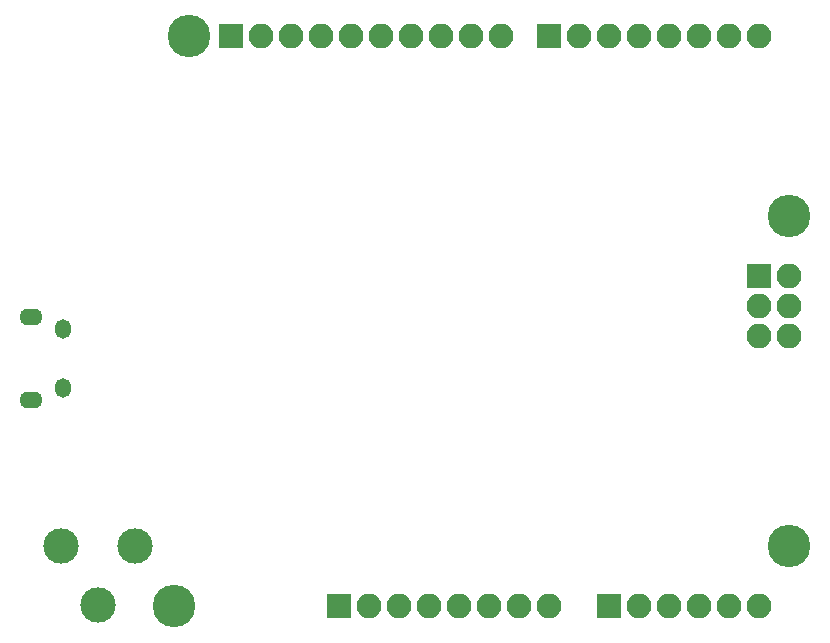
<source format=gbs>
G04 #@! TF.FileFunction,Soldermask,Bot*
%FSLAX46Y46*%
G04 Gerber Fmt 4.6, Leading zero omitted, Abs format (unit mm)*
G04 Created by KiCad (PCBNEW 4.0.7) date 10/12/17 20:03:31*
%MOMM*%
%LPD*%
G01*
G04 APERTURE LIST*
%ADD10C,0.100000*%
%ADD11C,3.000000*%
%ADD12R,2.100000X2.100000*%
%ADD13O,2.100000X2.100000*%
%ADD14O,1.350000X1.650000*%
%ADD15O,1.950000X1.400000*%
%ADD16C,3.600000*%
G04 APERTURE END LIST*
D10*
D11*
X75565000Y-119380000D03*
X81765000Y-119380000D03*
X78665000Y-124380000D03*
D12*
X99060000Y-124460000D03*
D13*
X101600000Y-124460000D03*
X104140000Y-124460000D03*
X106680000Y-124460000D03*
X109220000Y-124460000D03*
X111760000Y-124460000D03*
X114300000Y-124460000D03*
X116840000Y-124460000D03*
D12*
X121920000Y-124460000D03*
D13*
X124460000Y-124460000D03*
X127000000Y-124460000D03*
X129540000Y-124460000D03*
X132080000Y-124460000D03*
X134620000Y-124460000D03*
D12*
X89916000Y-76200000D03*
D13*
X92456000Y-76200000D03*
X94996000Y-76200000D03*
X97536000Y-76200000D03*
X100076000Y-76200000D03*
X102616000Y-76200000D03*
X105156000Y-76200000D03*
X107696000Y-76200000D03*
X110236000Y-76200000D03*
X112776000Y-76200000D03*
D12*
X116840000Y-76200000D03*
D13*
X119380000Y-76200000D03*
X121920000Y-76200000D03*
X124460000Y-76200000D03*
X127000000Y-76200000D03*
X129540000Y-76200000D03*
X132080000Y-76200000D03*
X134620000Y-76200000D03*
D12*
X134620000Y-96520000D03*
D13*
X137160000Y-96520000D03*
X134620000Y-99060000D03*
X137160000Y-99060000D03*
X134620000Y-101600000D03*
X137160000Y-101600000D03*
D14*
X75725000Y-100965000D03*
X75725000Y-105965000D03*
D15*
X73025000Y-99965000D03*
X73025000Y-106965000D03*
D16*
X137160000Y-91440000D03*
X137160000Y-119380000D03*
X85090000Y-124460000D03*
X86360000Y-76200000D03*
M02*

</source>
